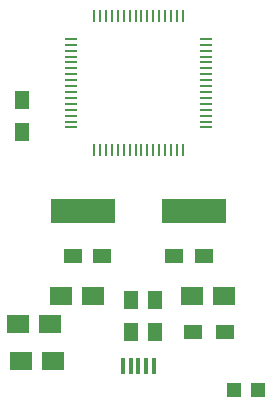
<source format=gbr>
G04 #@! TF.FileFunction,Paste,Top*
%FSLAX46Y46*%
G04 Gerber Fmt 4.6, Leading zero omitted, Abs format (unit mm)*
G04 Created by KiCad (PCBNEW 4.0.2+dfsg1-stable) date Fri Nov  3 12:39:00 2017*
%MOMM*%
G01*
G04 APERTURE LIST*
%ADD10C,0.100000*%
%ADD11R,1.500000X1.250000*%
%ADD12R,1.198880X1.198880*%
%ADD13R,1.300000X1.500000*%
%ADD14R,1.500000X1.300000*%
%ADD15R,0.250000X1.000000*%
%ADD16R,1.000000X0.250000*%
%ADD17R,5.499100X1.998980*%
%ADD18R,0.400000X1.350000*%
%ADD19R,1.950720X1.501140*%
G04 APERTURE END LIST*
D10*
D11*
X145450000Y-125600000D03*
X147950000Y-125600000D03*
X156550000Y-125600000D03*
X154050000Y-125600000D03*
D12*
X161149020Y-137000000D03*
X159050980Y-137000000D03*
D13*
X141100000Y-115100000D03*
X141100000Y-112400000D03*
D14*
X158300000Y-132100000D03*
X155600000Y-132100000D03*
D13*
X152400000Y-129350000D03*
X152400000Y-132050000D03*
X150400000Y-129350000D03*
X150400000Y-132050000D03*
D15*
X147250000Y-116700000D03*
X147750000Y-116700000D03*
X148250000Y-116700000D03*
X148750000Y-116700000D03*
X149250000Y-116700000D03*
X149750000Y-116700000D03*
X150250000Y-116700000D03*
X150750000Y-116700000D03*
X151250000Y-116700000D03*
X151750000Y-116700000D03*
X152250000Y-116700000D03*
X152750000Y-116700000D03*
X153250000Y-116700000D03*
X153750000Y-116700000D03*
X154250000Y-116700000D03*
X154750000Y-116700000D03*
D16*
X156700000Y-114750000D03*
X156700000Y-114250000D03*
X156700000Y-113750000D03*
X156700000Y-113250000D03*
X156700000Y-112750000D03*
X156700000Y-112250000D03*
X156700000Y-111750000D03*
X156700000Y-111250000D03*
X156700000Y-110750000D03*
X156700000Y-110250000D03*
X156700000Y-109750000D03*
X156700000Y-109250000D03*
X156700000Y-108750000D03*
X156700000Y-108250000D03*
X156700000Y-107750000D03*
X156700000Y-107250000D03*
D15*
X154750000Y-105300000D03*
X154250000Y-105300000D03*
X153750000Y-105300000D03*
X153250000Y-105300000D03*
X152750000Y-105300000D03*
X152250000Y-105300000D03*
X151750000Y-105300000D03*
X151250000Y-105300000D03*
X150750000Y-105300000D03*
X150250000Y-105300000D03*
X149750000Y-105300000D03*
X149250000Y-105300000D03*
X148750000Y-105300000D03*
X148250000Y-105300000D03*
X147750000Y-105300000D03*
X147250000Y-105300000D03*
D16*
X145300000Y-107250000D03*
X145300000Y-107750000D03*
X145300000Y-108250000D03*
X145300000Y-108750000D03*
X145300000Y-109250000D03*
X145300000Y-109750000D03*
X145300000Y-110250000D03*
X145300000Y-110750000D03*
X145300000Y-111250000D03*
X145300000Y-111750000D03*
X145300000Y-112250000D03*
X145300000Y-112750000D03*
X145300000Y-113250000D03*
X145300000Y-113750000D03*
X145300000Y-114250000D03*
X145300000Y-114750000D03*
D17*
X146301000Y-121800000D03*
X155699000Y-121800000D03*
D18*
X149699100Y-134937460D03*
X150349100Y-134937460D03*
X150999100Y-134937460D03*
X151649100Y-134937460D03*
X152299100Y-134937460D03*
D19*
X147174140Y-129000000D03*
X144425860Y-129000000D03*
X143548280Y-131400000D03*
X140800000Y-131400000D03*
X143774140Y-134500000D03*
X141025860Y-134500000D03*
X158274140Y-129000000D03*
X155525860Y-129000000D03*
M02*

</source>
